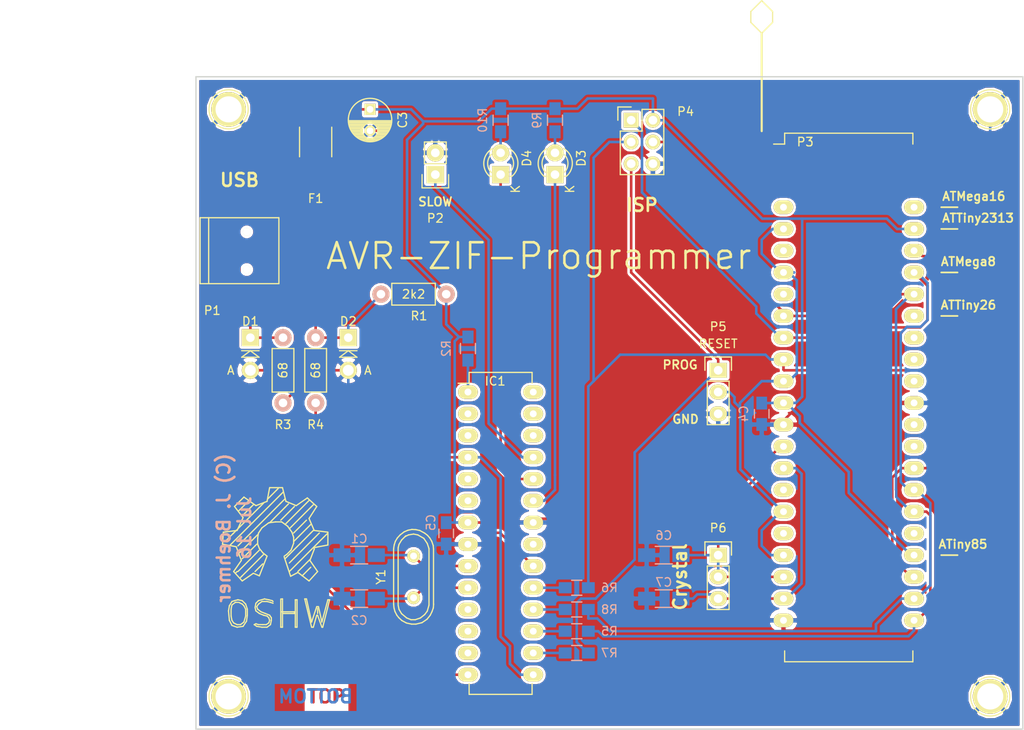
<source format=kicad_pcb>
(kicad_pcb (version 4) (host pcbnew "(2016-08-03 BZR 7005, Git 8fdd6b1)-product")
  (title_block (date 2016-08-04))
  (layers (0 F.Cu signal) (31 B.Cu signal) (34 B.Paste user) (35 F.Paste user) (36 B.SilkS user) (37 F.SilkS user) (38 B.Mask user) (39 F.Mask user) (44 Edge.Cuts user))
  (net 0 "")
  (net 1 /XTAL1)
  (net 2 /XTAL2)
  (net 3 /D-)
  (net 4 "Net-(D2-Pad1)")
  (net 5 /D+)
  (net 6 "Net-(D1-Pad1)")
  (net 7 VCC)
  (net 8 "Net-(F1-Pad2)")
  (net 9 "Net-(IC1-Pad17)")
  (net 10 /MOSI)
  (net 11 "Net-(D4-Pad2)")
  (net 12 "Net-(D3-Pad2)")
  (net 13 "Net-(IC1-Pad18)")
  (net 14 /MISO)
  (net 15 "Net-(IC1-Pad16)")
  (net 16 /RST1)
  (net 17 "Net-(IC1-Pad1)")
  (net 18 "Net-(IC1-Pad19)")
  (net 19 /SCK)
  (net 20 GND)
  (net 21 /RST)
  (net 22 /SLOW)
  (net 23 /LED2)
  (net 24 /LED1)
  (net 25 "Net-(IC1-Pad2)")
  (net 26 "Net-(IC1-Pad3)")
  (net 27 "Net-(IC1-Pad5)")
  (net 28 "Net-(IC1-Pad6)")
  (net 29 "Net-(C1-Pad1)")
  (net 30 "Net-(C2-Pad2)")
  (net 31 "Net-(IC1-Pad11)")
  (net 32 "Net-(IC1-Pad12)")
  (net 33 "Net-(IC1-Pad13)")
  (net 34 "Net-(IC1-Pad21)")
  (net 35 "Net-(IC1-Pad26)")
  (net 36 "Net-(IC1-Pad27)")
  (net 37 "Net-(IC1-Pad28)")
  (net 38 "Net-(P3-Pad1)")
  (net 39 "Net-(P3-Pad3)")
  (net 40 "Net-(P3-Pad5)")
  (net 41 "Net-(P3-Pad14)")
  (net 42 "Net-(P3-Pad16)")
  (net 43 "Net-(P3-Pad25)")
  (net 44 "Net-(P3-Pad29)")
  (net 45 "Net-(P3-Pad30)")
  (net 46 "Net-(P3-Pad32)")
  (net 47 "Net-(P3-Pad33)")
  (net 48 "Net-(P3-Pad34)")
  (net 49 "Net-(P3-Pad35)")
  (net 50 "Net-(P3-Pad40)")
  (module Socket_Strips:Socket_Strip_Straight_1x03 (layer F.Cu) (at 167.64 106.68 270)
    (fp_text reference P6 (at -3.175 0) (layer F.SilkS))
    (fp_text value XTAL)
    (pad 1 thru_hole rect (at 0 0 270) (size 1.7272 2.032) (drill 1.016) (layers *.Cu *.Mask F.SilkS) (net 1 /XTAL1))
    (pad 2 thru_hole oval (at 2.54 0 270) (size 1.7272 2.032) (drill 1.016) (layers *.Cu *.Mask F.SilkS) (net 1 /XTAL1))
    (pad 3 thru_hole oval (at 5.08 0 270) (size 1.7272 2.032) (drill 1.016) (layers *.Cu *.Mask F.SilkS) (net 2 /XTAL2))
  )
  (module Resistors_SMD:R_1812_HandSoldering (layer F.Cu) (at 120.65 58.42 270)
    (fp_text reference F1 (at 6.604 0 360) (layer F.SilkS))
    (fp_text value "Poly 500mA")
    (pad 1 smd rect (at -3.4036 0 270) (size 3.5 3.5) (layers F.Cu F.Paste F.Mask) (net 7 VCC))
    (pad 2 smd rect (at 3.4036 0 270) (size 3.5 3.5) (layers F.Cu F.Paste F.Mask) (net 8 "Net-(F1-Pad2)"))
  )
  (module Resistors_SMD:R_0805_HandSoldering (layer B.Cu) (at 151.13 115.57)
    (fp_text reference R5 (at 3.81 0) (layer B.SilkS) (effects (justify mirror)))
    (fp_text value 220)
    (pad 1 smd rect (at -1.35 0) (size 1.5 1.3) (layers B.Cu B.Paste B.Mask) (net 9 "Net-(IC1-Pad17)"))
    (pad 2 smd rect (at 1.35 0) (size 1.5 1.3) (layers B.Cu B.Paste B.Mask) (net 10 /MOSI))
  )
  (module Resistors_SMD:R_0805_HandSoldering (layer B.Cu) (at 142.24 55.88 270)
    (fp_text reference R10 (at 0 2.1 270) (layer B.SilkS) (effects (justify mirror)))
    (fp_text value 1k)
    (pad 1 smd rect (at -1.35 0 270) (size 1.5 1.3) (layers B.Cu B.Paste B.Mask) (net 7 VCC))
    (pad 2 smd rect (at 1.35 0 270) (size 1.5 1.3) (layers B.Cu B.Paste B.Mask) (net 11 "Net-(D4-Pad2)"))
  )
  (module Resistors_SMD:R_0805_HandSoldering (layer B.Cu) (at 148.59 55.88 270)
    (fp_text reference R9 (at 0 2.1 270) (layer B.SilkS) (effects (justify mirror)))
    (fp_text value 1k)
    (pad 1 smd rect (at -1.35 0 270) (size 1.5 1.3) (layers B.Cu B.Paste B.Mask) (net 7 VCC))
    (pad 2 smd rect (at 1.35 0 270) (size 1.5 1.3) (layers B.Cu B.Paste B.Mask) (net 12 "Net-(D3-Pad2)"))
  )
  (module Resistors_SMD:R_0805_HandSoldering (layer B.Cu) (at 151.13 113.03)
    (fp_text reference R8 (at 3.81 0) (layer B.SilkS) (effects (justify mirror)))
    (fp_text value 220)
    (pad 1 smd rect (at -1.35 0) (size 1.5 1.3) (layers B.Cu B.Paste B.Mask) (net 13 "Net-(IC1-Pad18)"))
    (pad 2 smd rect (at 1.35 0) (size 1.5 1.3) (layers B.Cu B.Paste B.Mask) (net 14 /MISO))
  )
  (module Resistors_SMD:R_0805_HandSoldering (layer B.Cu) (at 151.13 118.11)
    (fp_text reference R7 (at 3.81 0) (layer B.SilkS) (effects (justify mirror)))
    (fp_text value 220)
    (pad 1 smd rect (at -1.35 0) (size 1.5 1.3) (layers B.Cu B.Paste B.Mask) (net 15 "Net-(IC1-Pad16)"))
    (pad 2 smd rect (at 1.35 0) (size 1.5 1.3) (layers B.Cu B.Paste B.Mask) (net 16 /RST1))
  )
  (module Resistors_SMD:R_0805_HandSoldering (layer B.Cu) (at 138.43 82.55 270)
    (fp_text reference R2 (at 0 2.54 270) (layer B.SilkS) (effects (justify mirror)))
    (fp_text value 10k)
    (pad 1 smd rect (at -1.35 0 270) (size 1.5 1.3) (layers B.Cu B.Paste B.Mask) (net 7 VCC))
    (pad 2 smd rect (at 1.35 0 270) (size 1.5 1.3) (layers B.Cu B.Paste B.Mask) (net 17 "Net-(IC1-Pad1)"))
  )
  (module Resistors_SMD:R_0805_HandSoldering (layer B.Cu) (at 151.13 110.49)
    (fp_text reference R6 (at 3.81 0) (layer B.SilkS) (effects (justify mirror)))
    (fp_text value 220)
    (pad 1 smd rect (at -1.35 0) (size 1.5 1.3) (layers B.Cu B.Paste B.Mask) (net 18 "Net-(IC1-Pad19)"))
    (pad 2 smd rect (at 1.35 0) (size 1.5 1.3) (layers B.Cu B.Paste B.Mask) (net 19 /SCK))
  )
  (module Pin_Headers:Pin_Header_Straight_2x03 (layer F.Cu) (at 157.48 55.88)
    (fp_text reference P4 (at 6.35 -1.016) (layer F.SilkS))
    (fp_text value AVR-ISP)
    (pad 1 thru_hole rect (at 0 0) (size 1.7272 1.7272) (drill 1.016) (layers *.Cu *.Mask F.SilkS) (net 14 /MISO))
    (pad 2 thru_hole oval (at 2.54 0) (size 1.7272 1.7272) (drill 1.016) (layers *.Cu *.Mask F.SilkS) (net 7 VCC))
    (pad 3 thru_hole oval (at 0 2.54) (size 1.7272 1.7272) (drill 1.016) (layers *.Cu *.Mask F.SilkS) (net 19 /SCK))
    (pad 4 thru_hole oval (at 2.54 2.54) (size 1.7272 1.7272) (drill 1.016) (layers *.Cu *.Mask F.SilkS) (net 10 /MOSI))
    (pad 5 thru_hole oval (at 0 5.08) (size 1.7272 1.7272) (drill 1.016) (layers *.Cu *.Mask F.SilkS) (net 16 /RST1))
    (pad 6 thru_hole oval (at 2.54 5.08) (size 1.7272 1.7272) (drill 1.016) (layers *.Cu *.Mask F.SilkS) (net 20 GND))
  )
  (module Pin_Headers:Pin_Header_Straight_1x03 (layer F.Cu) (at 167.64 85.09)
    (fp_text reference P5 (at 0 -5.1) (layer F.SilkS))
    (fp_text value RESET (at 0 -3.1) (layer F.SilkS))
    (pad 1 thru_hole rect (at 0 0) (size 2.032 1.7272) (drill 1.016) (layers *.Cu *.Mask F.SilkS) (net 16 /RST1))
    (pad 2 thru_hole oval (at 0 2.54) (size 2.032 1.7272) (drill 1.016) (layers *.Cu *.Mask F.SilkS) (net 21 /RST))
    (pad 3 thru_hole oval (at 0 5.08) (size 2.032 1.7272) (drill 1.016) (layers *.Cu *.Mask F.SilkS) (net 20 GND))
  )
  (module Pin_Headers:Pin_Header_Straight_1x02 (layer F.Cu) (at 134.62 62.23 180)
    (fp_text reference P2 (at 0 -5.1 180) (layer F.SilkS))
    (fp_text value SLOW_SCK)
    (pad 1 thru_hole rect (at 0 0 180) (size 2.032 2.032) (drill 1.016) (layers *.Cu *.Mask F.SilkS) (net 22 /SLOW))
    (pad 2 thru_hole oval (at 0 2.54 180) (size 2.032 2.032) (drill 1.016) (layers *.Cu *.Mask F.SilkS) (net 20 GND))
  )
  (module LEDs:LED-3MM (layer F.Cu) (at 142.24 62.23 90)
    (fp_text reference D4 (at 1.91 3.06 90) (layer F.SilkS))
    (fp_text value red)
    (fp_text user K (at -1.69 1.74 90) (layer F.SilkS))
    (pad 1 thru_hole rect (at 0 0 180) (size 2 2) (drill 1.00076) (layers *.Cu *.Mask F.SilkS) (net 23 /LED2))
    (pad 2 thru_hole circle (at 2.54 0 90) (size 2 2) (drill 1.00076) (layers *.Cu *.Mask F.SilkS) (net 11 "Net-(D4-Pad2)"))
  )
  (module LEDs:LED-3MM (layer F.Cu) (at 148.59 62.23 90)
    (fp_text reference D3 (at 1.91 3.06 90) (layer F.SilkS))
    (fp_text value green)
    (fp_text user K (at -1.69 1.74 90) (layer F.SilkS))
    (pad 1 thru_hole rect (at 0 0 180) (size 2 2) (drill 1.00076) (layers *.Cu *.Mask F.SilkS) (net 24 /LED1))
    (pad 2 thru_hole circle (at 2.54 0 90) (size 2 2) (drill 1.00076) (layers *.Cu *.Mask F.SilkS) (net 12 "Net-(D3-Pad2)"))
  )
  (module Housings_DIP:DIP-28_W7.62mm_LongPads (layer F.Cu) (at 138.43 87.63)
    (fp_text reference IC1 (at 3.175 -1.27) (layer F.SilkS))
    (fp_text value ATMEGA8-P)
    (pad 1 thru_hole oval (at 0 0) (size 2.3 1.6) (drill 0.8) (layers *.Cu *.Mask F.SilkS) (net 17 "Net-(IC1-Pad1)"))
    (pad 2 thru_hole oval (at 0 2.54) (size 2.3 1.6) (drill 0.8) (layers *.Cu *.Mask F.SilkS) (net 25 "Net-(IC1-Pad2)"))
    (pad 3 thru_hole oval (at 0 5.08) (size 2.3 1.6) (drill 0.8) (layers *.Cu *.Mask F.SilkS) (net 26 "Net-(IC1-Pad3)"))
    (pad 4 thru_hole oval (at 0 7.62) (size 2.3 1.6) (drill 0.8) (layers *.Cu *.Mask F.SilkS) (net 5 /D+))
    (pad 5 thru_hole oval (at 0 10.16) (size 2.3 1.6) (drill 0.8) (layers *.Cu *.Mask F.SilkS) (net 27 "Net-(IC1-Pad5)"))
    (pad 6 thru_hole oval (at 0 12.7) (size 2.3 1.6) (drill 0.8) (layers *.Cu *.Mask F.SilkS) (net 28 "Net-(IC1-Pad6)"))
    (pad 7 thru_hole oval (at 0 15.24) (size 2.3 1.6) (drill 0.8) (layers *.Cu *.Mask F.SilkS) (net 7 VCC))
    (pad 8 thru_hole oval (at 0 17.78) (size 2.3 1.6) (drill 0.8) (layers *.Cu *.Mask F.SilkS) (net 20 GND))
    (pad 9 thru_hole oval (at 0 20.32) (size 2.3 1.6) (drill 0.8) (layers *.Cu *.Mask F.SilkS) (net 29 "Net-(C1-Pad1)"))
    (pad 10 thru_hole oval (at 0 22.86) (size 2.3 1.6) (drill 0.8) (layers *.Cu *.Mask F.SilkS) (net 30 "Net-(C2-Pad2)"))
    (pad 11 thru_hole oval (at 0 25.4) (size 2.3 1.6) (drill 0.8) (layers *.Cu *.Mask F.SilkS) (net 31 "Net-(IC1-Pad11)"))
    (pad 12 thru_hole oval (at 0 27.94) (size 2.3 1.6) (drill 0.8) (layers *.Cu *.Mask F.SilkS) (net 32 "Net-(IC1-Pad12)"))
    (pad 13 thru_hole oval (at 0 30.48) (size 2.3 1.6) (drill 0.8) (layers *.Cu *.Mask F.SilkS) (net 33 "Net-(IC1-Pad13)"))
    (pad 14 thru_hole oval (at 0 33.02) (size 2.3 1.6) (drill 0.8) (layers *.Cu *.Mask F.SilkS) (net 3 /D-))
    (pad 15 thru_hole oval (at 7.62 33.02) (size 2.3 1.6) (drill 0.8) (layers *.Cu *.Mask F.SilkS) (net 5 /D+))
    (pad 16 thru_hole oval (at 7.62 30.48) (size 2.3 1.6) (drill 0.8) (layers *.Cu *.Mask F.SilkS) (net 15 "Net-(IC1-Pad16)"))
    (pad 17 thru_hole oval (at 7.62 27.94) (size 2.3 1.6) (drill 0.8) (layers *.Cu *.Mask F.SilkS) (net 9 "Net-(IC1-Pad17)"))
    (pad 18 thru_hole oval (at 7.62 25.4) (size 2.3 1.6) (drill 0.8) (layers *.Cu *.Mask F.SilkS) (net 13 "Net-(IC1-Pad18)"))
    (pad 19 thru_hole oval (at 7.62 22.86) (size 2.3 1.6) (drill 0.8) (layers *.Cu *.Mask F.SilkS) (net 18 "Net-(IC1-Pad19)"))
    (pad 20 thru_hole oval (at 7.62 20.32) (size 2.3 1.6) (drill 0.8) (layers *.Cu *.Mask F.SilkS) (net 7 VCC))
    (pad 21 thru_hole oval (at 7.62 17.78) (size 2.3 1.6) (drill 0.8) (layers *.Cu *.Mask F.SilkS) (net 34 "Net-(IC1-Pad21)"))
    (pad 22 thru_hole oval (at 7.62 15.24) (size 2.3 1.6) (drill 0.8) (layers *.Cu *.Mask F.SilkS) (net 20 GND))
    (pad 23 thru_hole oval (at 7.62 12.7) (size 2.3 1.6) (drill 0.8) (layers *.Cu *.Mask F.SilkS) (net 24 /LED1))
    (pad 24 thru_hole oval (at 7.62 10.16) (size 2.3 1.6) (drill 0.8) (layers *.Cu *.Mask F.SilkS) (net 23 /LED2))
    (pad 25 thru_hole oval (at 7.62 7.62) (size 2.3 1.6) (drill 0.8) (layers *.Cu *.Mask F.SilkS) (net 22 /SLOW))
    (pad 26 thru_hole oval (at 7.62 5.08) (size 2.3 1.6) (drill 0.8) (layers *.Cu *.Mask F.SilkS) (net 35 "Net-(IC1-Pad26)"))
    (pad 27 thru_hole oval (at 7.62 2.54) (size 2.3 1.6) (drill 0.8) (layers *.Cu *.Mask F.SilkS) (net 36 "Net-(IC1-Pad27)"))
    (pad 28 thru_hole oval (at 7.62 0) (size 2.3 1.6) (drill 0.8) (layers *.Cu *.Mask F.SilkS) (net 37 "Net-(IC1-Pad28)"))
  )
  (module Crystals:Crystal_HC49-U_Vertical (layer F.Cu) (at 132.08 109.22 90)
    (fp_text reference Y1 (at 0 -3.81 90) (layer F.SilkS))
    (fp_text value 12MHz)
    (pad 1 thru_hole circle (at -2.44094 0 90) (size 1.50114 1.50114) (drill 0.8001) (layers *.Cu *.Mask F.SilkS) (net 30 "Net-(C2-Pad2)"))
    (pad 2 thru_hole circle (at 2.44094 0 90) (size 1.50114 1.50114) (drill 0.8001) (layers *.Cu *.Mask F.SilkS) (net 29 "Net-(C1-Pad1)"))
  )
  (module Connect:USB_Mini-B (layer F.Cu) (at 111.76 71.12)
    (fp_text reference P1 (at -3.175 6.985) (layer F.SilkS))
    (fp_text value USB_B)
    (pad 1 smd rect (at 3.44932 -1.6002) (size 2.30124 0.50038) (layers F.Cu F.Paste F.Mask) (net 8 "Net-(F1-Pad2)"))
    (pad 2 smd rect (at 3.44932 -0.8001) (size 2.30124 0.50038) (layers F.Cu F.Paste F.Mask) (net 4 "Net-(D2-Pad1)"))
    (pad 3 smd rect (at 3.44932 0) (size 2.30124 0.50038) (layers F.Cu F.Paste F.Mask) (net 6 "Net-(D1-Pad1)"))
    (pad 4 smd rect (at 3.44932 0.8001) (size 2.30124 0.50038) (layers F.Cu F.Paste F.Mask) (net 20 GND))
    (pad 5 smd rect (at 3.44932 1.6002) (size 2.30124 0.50038) (layers F.Cu F.Paste F.Mask) (net 20 GND))
    (pad 6 smd rect (at 3.35026 -4.45008) (size 2.49936 1.99898) (layers F.Cu F.Paste F.Mask))
    (pad 6 smd rect (at -2.14884 -4.45008) (size 2.49936 1.99898) (layers F.Cu F.Paste F.Mask))
    (pad 6 smd rect (at 3.35026 4.45008) (size 2.49936 1.99898) (layers F.Cu F.Paste F.Mask))
    (pad 6 smd rect (at -2.14884 4.45008) (size 2.49936 1.99898) (layers F.Cu F.Paste F.Mask))
    (pad "" np_thru_hole circle (at 0.8509 -2.19964) (size 0.89916 0.89916) (drill 0.89916) (layers *.Cu *.Mask F.SilkS))
    (pad "" np_thru_hole circle (at 0.8509 2.19964) (size 0.89916 0.89916) (drill 0.89916) (layers *.Cu *.Mask F.SilkS))
  )
  (module Capacitors_ThroughHole:C_Radial_D5_L6_P2.5 (layer F.Cu) (at 127 54.61 270)
    (fp_text reference C3 (at 1.25 -3.8 270) (layer F.SilkS))
    (fp_text value 10u)
    (pad 1 thru_hole rect (at 0 0 270) (size 1.3 1.3) (drill 0.8) (layers *.Cu *.Mask F.SilkS) (net 7 VCC))
    (pad 2 thru_hole circle (at 2.5 0 270) (size 1.3 1.3) (drill 0.8) (layers *.Cu *.Mask F.SilkS) (net 20 GND))
  )
  (module Capacitors_SMD:C_1206_HandSoldering (layer B.Cu) (at 125.73 111.76)
    (fp_text reference C2 (at 0 2.54) (layer B.SilkS) (effects (justify mirror)))
    (fp_text value 15p)
    (pad 1 smd rect (at -2 0) (size 2 1.6) (layers B.Cu B.Paste B.Mask) (net 20 GND))
    (pad 2 smd rect (at 2 0) (size 2 1.6) (layers B.Cu B.Paste B.Mask) (net 30 "Net-(C2-Pad2)"))
  )
  (module Capacitors_SMD:C_1206_HandSoldering (layer B.Cu) (at 161.29 111.76 180)
    (fp_text reference C7 (at 0 1.905 180) (layer B.SilkS) (effects (justify mirror)))
    (fp_text value 15p)
    (pad 1 smd rect (at -2 0 180) (size 2 1.6) (layers B.Cu B.Paste B.Mask) (net 2 /XTAL2))
    (pad 2 smd rect (at 2 0 180) (size 2 1.6) (layers B.Cu B.Paste B.Mask) (net 20 GND))
  )
  (module Capacitors_SMD:C_1206_HandSoldering (layer B.Cu) (at 161.29 106.68 180)
    (fp_text reference C6 (at 0 2.3 180) (layer B.SilkS) (effects (justify mirror)))
    (fp_text value 15p)
    (pad 1 smd rect (at -2 0 180) (size 2 1.6) (layers B.Cu B.Paste B.Mask) (net 1 /XTAL1))
    (pad 2 smd rect (at 2 0 180) (size 2 1.6) (layers B.Cu B.Paste B.Mask) (net 20 GND))
  )
  (module Capacitors_SMD:C_1206_HandSoldering (layer B.Cu) (at 125.73 106.68 180)
    (fp_text reference C1 (at 0 1.905 180) (layer B.SilkS) (effects (justify mirror)))
    (fp_text value 15p)
    (pad 1 smd rect (at -2 0 180) (size 2 1.6) (layers B.Cu B.Paste B.Mask) (net 29 "Net-(C1-Pad1)"))
    (pad 2 smd rect (at 2 0 180) (size 2 1.6) (layers B.Cu B.Paste B.Mask) (net 20 GND))
  )
  (module Capacitors_SMD:C_0805_HandSoldering (layer B.Cu) (at 135.89 104.14 270)
    (fp_text reference C5 (at -1.27 1.778 270) (layer B.SilkS) (effects (justify mirror)))
    (fp_text value 100n)
    (pad 1 smd rect (at -1.25 0 270) (size 1.5 1.25) (layers B.Cu B.Paste B.Mask) (net 7 VCC))
    (pad 2 smd rect (at 1.25 0 270) (size 1.5 1.25) (layers B.Cu B.Paste B.Mask) (net 20 GND))
  )
  (module Capacitors_SMD:C_0805_HandSoldering (layer B.Cu) (at 172.72 90.17 270)
    (fp_text reference C4 (at 0 2.1 270) (layer B.SilkS) (effects (justify mirror)))
    (fp_text value 100n)
    (pad 1 smd rect (at -1.25 0 270) (size 1.5 1.25) (layers B.Cu B.Paste B.Mask) (net 7 VCC))
    (pad 2 smd rect (at 1.25 0 270) (size 1.5 1.25) (layers B.Cu B.Paste B.Mask) (net 20 GND))
  )
  (module AVR-ZIF-Prog:ZIF-40_W15.24mm_LongPads (layer F.Cu) (at 175.26 66.04)
    (fp_text reference P3 (at 2.54 -7.62) (layer F.SilkS))
    (fp_text value ZIF40)
    (pad 1 thru_hole oval (at 0 0) (size 2.3 1.6) (drill 0.8) (layers *.Cu *.Mask F.SilkS) (net 38 "Net-(P3-Pad1)"))
    (pad 2 thru_hole oval (at 0 2.54) (size 2.3 1.6) (drill 0.8) (layers *.Cu *.Mask F.SilkS) (net 21 /RST))
    (pad 3 thru_hole oval (at 0 5.08) (size 2.3 1.6) (drill 0.8) (layers *.Cu *.Mask F.SilkS) (net 39 "Net-(P3-Pad3)"))
    (pad 4 thru_hole oval (at 0 7.62) (size 2.3 1.6) (drill 0.8) (layers *.Cu *.Mask F.SilkS) (net 21 /RST))
    (pad 5 thru_hole oval (at 0 10.16) (size 2.3 1.6) (drill 0.8) (layers *.Cu *.Mask F.SilkS) (net 40 "Net-(P3-Pad5)"))
    (pad 6 thru_hole oval (at 0 12.7) (size 2.3 1.6) (drill 0.8) (layers *.Cu *.Mask F.SilkS) (net 10 /MOSI))
    (pad 7 thru_hole oval (at 0 15.24) (size 2.3 1.6) (drill 0.8) (layers *.Cu *.Mask F.SilkS) (net 14 /MISO))
    (pad 8 thru_hole oval (at 0 17.78) (size 2.3 1.6) (drill 0.8) (layers *.Cu *.Mask F.SilkS) (net 19 /SCK))
    (pad 9 thru_hole oval (at 0 20.32) (size 2.3 1.6) (drill 0.8) (layers *.Cu *.Mask F.SilkS) (net 21 /RST))
    (pad 10 thru_hole oval (at 0 22.86) (size 2.3 1.6) (drill 0.8) (layers *.Cu *.Mask F.SilkS) (net 7 VCC))
    (pad 11 thru_hole oval (at 0 25.4) (size 2.3 1.6) (drill 0.8) (layers *.Cu *.Mask F.SilkS) (net 20 GND))
    (pad 12 thru_hole oval (at 0 27.94) (size 2.3 1.6) (drill 0.8) (layers *.Cu *.Mask F.SilkS) (net 1 /XTAL1))
    (pad 13 thru_hole oval (at 0 30.48) (size 2.3 1.6) (drill 0.8) (layers *.Cu *.Mask F.SilkS) (net 2 /XTAL2))
    (pad 14 thru_hole oval (at 0 33.02) (size 2.3 1.6) (drill 0.8) (layers *.Cu *.Mask F.SilkS) (net 41 "Net-(P3-Pad14)"))
    (pad 15 thru_hole oval (at 0 35.56) (size 2.3 1.6) (drill 0.8) (layers *.Cu *.Mask F.SilkS) (net 21 /RST))
    (pad 16 thru_hole oval (at 0 38.1) (size 2.3 1.6) (drill 0.8) (layers *.Cu *.Mask F.SilkS) (net 42 "Net-(P3-Pad16)"))
    (pad 17 thru_hole oval (at 0 40.64) (size 2.3 1.6) (drill 0.8) (layers *.Cu *.Mask F.SilkS) (net 21 /RST))
    (pad 18 thru_hole oval (at 0 43.18) (size 2.3 1.6) (drill 0.8) (layers *.Cu *.Mask F.SilkS) (net 1 /XTAL1))
    (pad 19 thru_hole oval (at 0 45.72) (size 2.3 1.6) (drill 0.8) (layers *.Cu *.Mask F.SilkS) (net 2 /XTAL2))
    (pad 20 thru_hole oval (at 0 48.26) (size 2.3 1.6) (drill 0.8) (layers *.Cu *.Mask F.SilkS) (net 20 GND))
    (pad 21 thru_hole oval (at 15.24 48.26) (size 2.3 1.6) (drill 0.8) (layers *.Cu *.Mask F.SilkS) (net 10 /MOSI))
    (pad 22 thru_hole oval (at 15.24 45.72) (size 2.3 1.6) (drill 0.8) (layers *.Cu *.Mask F.SilkS) (net 14 /MISO))
    (pad 23 thru_hole oval (at 15.24 43.18) (size 2.3 1.6) (drill 0.8) (layers *.Cu *.Mask F.SilkS) (net 19 /SCK))
    (pad 24 thru_hole oval (at 15.24 40.64) (size 2.3 1.6) (drill 0.8) (layers *.Cu *.Mask F.SilkS) (net 7 VCC))
    (pad 25 thru_hole oval (at 15.24 38.1) (size 2.3 1.6) (drill 0.8) (layers *.Cu *.Mask F.SilkS) (net 43 "Net-(P3-Pad25)"))
    (pad 26 thru_hole oval (at 15.24 35.56) (size 2.3 1.6) (drill 0.8) (layers *.Cu *.Mask F.SilkS) (net 10 /MOSI))
    (pad 27 thru_hole oval (at 15.24 33.02) (size 2.3 1.6) (drill 0.8) (layers *.Cu *.Mask F.SilkS) (net 14 /MISO))
    (pad 28 thru_hole oval (at 15.24 30.48) (size 2.3 1.6) (drill 0.8) (layers *.Cu *.Mask F.SilkS) (net 19 /SCK))
    (pad 29 thru_hole oval (at 15.24 27.94) (size 2.3 1.6) (drill 0.8) (layers *.Cu *.Mask F.SilkS) (net 44 "Net-(P3-Pad29)"))
    (pad 30 thru_hole oval (at 15.24 25.4) (size 2.3 1.6) (drill 0.8) (layers *.Cu *.Mask F.SilkS) (net 45 "Net-(P3-Pad30)"))
    (pad 31 thru_hole oval (at 15.24 22.86) (size 2.3 1.6) (drill 0.8) (layers *.Cu *.Mask F.SilkS) (net 20 GND))
    (pad 32 thru_hole oval (at 15.24 20.32) (size 2.3 1.6) (drill 0.8) (layers *.Cu *.Mask F.SilkS) (net 46 "Net-(P3-Pad32)"))
    (pad 33 thru_hole oval (at 15.24 17.78) (size 2.3 1.6) (drill 0.8) (layers *.Cu *.Mask F.SilkS) (net 47 "Net-(P3-Pad33)"))
    (pad 34 thru_hole oval (at 15.24 15.24) (size 2.3 1.6) (drill 0.8) (layers *.Cu *.Mask F.SilkS) (net 48 "Net-(P3-Pad34)"))
    (pad 35 thru_hole oval (at 15.24 12.7) (size 2.3 1.6) (drill 0.8) (layers *.Cu *.Mask F.SilkS) (net 49 "Net-(P3-Pad35)"))
    (pad 36 thru_hole oval (at 15.24 10.16) (size 2.3 1.6) (drill 0.8) (layers *.Cu *.Mask F.SilkS) (net 10 /MOSI))
    (pad 37 thru_hole oval (at 15.24 7.62) (size 2.3 1.6) (drill 0.8) (layers *.Cu *.Mask F.SilkS) (net 14 /MISO))
    (pad 38 thru_hole oval (at 15.24 5.08) (size 2.3 1.6) (drill 0.8) (layers *.Cu *.Mask F.SilkS) (net 19 /SCK))
    (pad 39 thru_hole oval (at 15.24 2.54) (size 2.3 1.6) (drill 0.8) (layers *.Cu *.Mask F.SilkS) (net 7 VCC))
    (pad 40 thru_hole oval (at 15.24 0) (size 2.3 1.6) (drill 0.8) (layers *.Cu *.Mask F.SilkS) (net 50 "Net-(P3-Pad40)"))
  )
  (module Resistors_ThroughHole:Resistor_Horizontal_RM7mm (layer F.Cu) (at 120.65 88.9 90)
    (fp_text reference R4 (at -2.54 0 180) (layer F.SilkS))
    (fp_text value 68 (at 3.81 0 90) (layer F.SilkS))
    (pad 1 thru_hole circle (at 0 0 90) (size 1.99898 1.99898) (drill 1.00076) (layers *.Cu *.SilkS *.Mask) (net 3 /D-))
    (pad 2 thru_hole circle (at 7.62 0 90) (size 1.99898 1.99898) (drill 1.00076) (layers *.Cu *.SilkS *.Mask) (net 4 "Net-(D2-Pad1)"))
  )
  (module Resistors_ThroughHole:Resistor_Horizontal_RM7mm (layer F.Cu) (at 116.84 88.9 90)
    (fp_text reference R3 (at -2.54 0 180) (layer F.SilkS))
    (fp_text value 68 (at 3.81 0 90) (layer F.SilkS))
    (pad 1 thru_hole circle (at 0 0 90) (size 1.99898 1.99898) (drill 1.00076) (layers *.Cu *.SilkS *.Mask) (net 5 /D+))
    (pad 2 thru_hole circle (at 7.62 0 90) (size 1.99898 1.99898) (drill 1.00076) (layers *.Cu *.SilkS *.Mask) (net 6 "Net-(D1-Pad1)"))
  )
  (module Resistors_ThroughHole:Resistor_Horizontal_RM7mm (layer F.Cu) (at 135.89 76.2 180)
    (fp_text reference R1 (at 3.175 -2.54 180) (layer F.SilkS))
    (fp_text value 2k2 (at 3.81 0 180) (layer F.SilkS))
    (pad 1 thru_hole circle (at 0 0 180) (size 1.99898 1.99898) (drill 1.00076) (layers *.Cu *.SilkS *.Mask) (net 7 VCC))
    (pad 2 thru_hole circle (at 7.62 0 180) (size 1.99898 1.99898) (drill 1.00076) (layers *.Cu *.SilkS *.Mask) (net 4 "Net-(D2-Pad1)"))
  )
  (module Diodes_ThroughHole:Diode_DO-41_SOD81_Vertical_AnodeUp (layer F.Cu) (at 113.03 81.28 270)
    (fp_text reference D1 (at -1.905 0) (layer F.SilkS))
    (fp_text value 3V6)
    (fp_text user A (at 3.81 2.286 360) (layer F.SilkS))
    (pad 2 thru_hole circle (at 3.81 0 270) (size 1.99898 1.99898) (drill 1.27) (layers *.Cu *.Mask F.SilkS) (net 20 GND))
    (pad 1 thru_hole rect (at 0 0 270) (size 1.99898 1.99898) (drill 1.00076) (layers *.Cu *.Mask F.SilkS) (net 6 "Net-(D1-Pad1)"))
  )
  (module Diodes_ThroughHole:Diode_DO-41_SOD81_Vertical_AnodeUp (layer F.Cu) (at 124.46 81.28 270)
    (fp_text reference D2 (at -1.905 0) (layer F.SilkS))
    (fp_text value 3V6)
    (fp_text user A (at 3.81 -2.286) (layer F.SilkS))
    (pad 2 thru_hole circle (at 3.81 0 270) (size 1.99898 1.99898) (drill 1.27) (layers *.Cu *.Mask F.SilkS) (net 20 GND))
    (pad 1 thru_hole rect (at 0 0 270) (size 1.99898 1.99898) (drill 1.00076) (layers *.Cu *.Mask F.SilkS) (net 4 "Net-(D2-Pad1)"))
  )
  (module Connect:1pin (layer F.Cu) (at 199.39 123.19)
    (fp_text reference P9 hide)
    (fp_text value MOUNT)
    (pad 1 thru_hole circle (at 0 0) (size 4.064 4.064) (drill 3.048) (layers *.Cu *.Mask F.SilkS) (net 20 GND))
  )
  (module Connect:1pin (layer F.Cu) (at 110.49 123.19)
    (fp_text reference P10 hide)
    (fp_text value MOUNT)
    (pad 1 thru_hole circle (at 0 0) (size 4.064 4.064) (drill 3.048) (layers *.Cu *.Mask F.SilkS) (net 20 GND))
  )
  (module Connect:1pin (layer F.Cu) (at 110.49 54.61)
    (fp_text reference P8 hide)
    (fp_text value MOUNT)
    (pad 1 thru_hole circle (at 0 0) (size 4.064 4.064) (drill 3.048) (layers *.Cu *.Mask F.SilkS) (net 20 GND))
  )
  (module Connect:1pin (layer F.Cu) (at 199.39 54.61)
    (fp_text reference P7 hide)
    (fp_text value MOUNT)
    (pad 1 thru_hole circle (at 0 0) (size 4.064 4.064) (drill 3.048) (layers *.Cu *.Mask F.SilkS) (net 20 GND))
  )
  (module Symbols:Symbol_OSHW-Logo_SilkScreen_BIG (layer F.Cu) (at 116.078 85.598)
    (fp_text reference "" (at -0.29972 11.50112) (layer F.SilkS))
    (fp_text value Symbol_OSHW-Logo_SilkScreen_BIG)
  )
  (gr_text BOTTOM (at 120.65 123.19) (layer B.Cu) (effects (font (size 1.5 1.5) (thickness 0.3)) (justify mirror)))
  (gr_text TOP (at 121.92 123.19) (layer F.Cu) (effects (font (size 1.5 1.5) (thickness 0.3))))
  (gr_text USB (at 111.76 62.865) (layer F.SilkS) (effects (font (size 1.5 1.5) (thickness 0.3))))
  (gr_text "(C) J. Boehmer\nJul 16" (at 111.125 103.505 90) (layer B.SilkS) (effects (font (size 1.5 1.5) (thickness 0.3)) (justify mirror)))
  (gr_text Crystal (at 163.195 109.22 90) (layer F.SilkS) (effects (font (size 1.5 1.5) (thickness 0.3))))
  (gr_text AVR-ZIF-Programmer (at 146.685 71.755) (layer F.SilkS) (effects (font (size 3 3) (thickness 0.3))))
  (gr_text ISP (at 158.75 65.786) (layer F.SilkS) (effects (font (size 1.5 1.5) (thickness 0.3))))
  (gr_text SLOW (at 134.62 65.405) (layer F.SilkS) (effects (font (size 1 1) (thickness 0.2))))
  (gr_text PROG (at 163.195 84.455) (layer F.SilkS) (effects (font (size 1 1) (thickness 0.2))))
  (gr_text GND (at 163.83 90.805) (layer F.SilkS) (effects (font (size 1 1) (thickness 0.2))))
  (gr_text ATiny85 (at 196.215 105.41) (layer F.SilkS) (effects (font (size 1 1) (thickness 0.2))))
  (gr_line (start 193.675 106.68) (end 195.58 106.68) (angle 90) (layer F.SilkS) (width 0.2))
  (gr_text ATTiny26 (at 196.85 77.47) (layer F.SilkS) (effects (font (size 1 1) (thickness 0.2))))
  (gr_line (start 193.675 78.74) (end 195.58 78.74) (angle 90) (layer F.SilkS) (width 0.2))
  (gr_text ATMega8 (at 196.85 72.39) (layer F.SilkS) (effects (font (size 1 1) (thickness 0.2))))
  (gr_line (start 193.675 73.66) (end 195.58 73.66) (angle 90) (layer F.SilkS) (width 0.2))
  (gr_text ATTiny2313 (at 193.675 67.31) (layer F.SilkS) (effects (font (size 1 1) (thickness 0.2)) (justify left)))
  (gr_line (start 193.675 68.58) (end 195.58 68.58) (angle 90) (layer F.SilkS) (width 0.2))
  (gr_text ATMega16 (at 197.485 64.77) (layer F.SilkS) (effects (font (size 1 1) (thickness 0.2))))
  (gr_line (start 193.675 66.04) (end 195.58 66.04) (angle 90) (layer F.SilkS) (width 0.2))
  (gr_line (start 106.68 50.8) (end 106.68 127) (angle 90) (layer Edge.Cuts) (width 0.15))
  (gr_line (start 203.2 127) (end 106.68 127) (layer Edge.Cuts) (width 0.15))
  (gr_line (start 203.2 50.8) (end 203.2 127) (layer Edge.Cuts) (width 0.15))
  (gr_line (start 106.68 50.8) (end 203.2 50.8) (layer Edge.Cuts) (width 0.15))
  (segment (start 167.64 102.0588) (end 172.085 97.6138) (width 0.3) (layer F.Cu) (net 1))
  (segment (start 175.26 93.98) (end 174.91 93.98) (width 0.3) (layer F.Cu) (net 1))
  (segment (start 174.91 93.98) (end 172.085 96.805) (width 0.3) (layer F.Cu) (net 1))
  (segment (start 172.085 96.805) (end 172.085 97.6138) (width 0.3) (layer F.Cu) (net 1))
  (segment (start 175.26 109.22) (end 167.64 109.22) (width 0.3) (layer F.Cu) (net 1))
  (segment (start 163.29 106.68) (end 167.64 106.68) (width 0.3) (layer B.Cu) (net 1))
  (segment (start 167.64 109.22) (end 167.64 106.68) (width 0.3) (layer B.Cu) (net 1))
  (segment (start 167.64 106.68) (end 167.64 102.0588) (width 0.3) (layer F.Cu) (net 1))
  (segment (start 175.26 111.76) (end 175.61 111.76) (width 0.3) (layer B.Cu) (net 2))
  (segment (start 175.61 111.76) (end 177.3708 109.9992) (width 0.3) (layer B.Cu) (net 2))
  (segment (start 176.71 96.52) (end 175.26 96.52) (width 0.3) (layer B.Cu) (net 2))
  (segment (start 177.3708 109.9992) (end 177.3708 97.1808) (width 0.3) (layer B.Cu) (net 2))
  (segment (start 177.3708 97.1808) (end 176.71 96.52) (width 0.3) (layer B.Cu) (net 2))
  (segment (start 167.64 111.76) (end 167.64 111.2653) (width 0.3) (layer B.Cu) (net 2))
  (segment (start 165.185 111.2653) (end 164.6903 111.76) (width 0.3) (layer B.Cu) (net 2))
  (segment (start 167.64 111.2653) (end 165.185 111.2653) (width 0.3) (layer B.Cu) (net 2))
  (segment (start 163.29 111.76) (end 164.6903 111.76) (width 0.3) (layer B.Cu) (net 2))
  (segment (start 175.26 111.76) (end 167.64 111.76) (width 0.3) (layer F.Cu) (net 2))
  (segment (start 132.08 120.65) (end 120.65 109.22) (width 0.3) (layer F.Cu) (net 3))
  (segment (start 120.65 109.22) (end 120.65 102.4112) (width 0.3) (layer F.Cu) (net 3))
  (segment (start 138.43 120.65) (end 132.08 120.65) (width 0.3) (layer F.Cu) (net 3))
  (segment (start 120.65 88.9) (end 120.65 102.4112) (width 0.3) (layer F.Cu) (net 3))
  (segment (start 124.5898 79.8802) (end 124.46 79.8802) (width 0.3) (layer B.Cu) (net 4))
  (segment (start 128.27 76.2) (end 124.5898 79.8802) (width 0.3) (layer B.Cu) (net 4))
  (segment (start 124.46 81.28) (end 124.46 79.8802) (width 0.3) (layer B.Cu) (net 4))
  (segment (start 124.46 81.28) (end 120.65 81.28) (width 0.3) (layer F.Cu) (net 4))
  (segment (start 115.2093 70.3199) (end 116.7602 70.3199) (width 0.3) (layer F.Cu) (net 4))
  (segment (start 120.65 74.2097) (end 116.7602 70.3199) (width 0.3) (layer F.Cu) (net 4))
  (segment (start 120.65 81.28) (end 120.65 74.2097) (width 0.3) (layer F.Cu) (net 4))
  (segment (start 138.43 95.25) (end 139.88 95.25) (width 0.3) (layer B.Cu) (net 5))
  (segment (start 139.88 95.25) (end 142.24 97.61) (width 0.3) (layer B.Cu) (net 5))
  (segment (start 142.24 97.61) (end 142.24 116.205) (width 0.3) (layer B.Cu) (net 5))
  (segment (start 142.24 116.205) (end 143.33 117.295) (width 0.3) (layer B.Cu) (net 5))
  (segment (start 143.33 117.295) (end 143.33 119.38) (width 0.3) (layer B.Cu) (net 5))
  (segment (start 143.33 119.38) (end 144.6 120.65) (width 0.3) (layer B.Cu) (net 5))
  (segment (start 144.6 120.65) (end 146.05 120.65) (width 0.3) (layer B.Cu) (net 5))
  (segment (start 138.43 95.25) (end 135.89 95.25) (width 0.3) (layer F.Cu) (net 5))
  (segment (start 135.89 95.25) (end 132.08 91.44) (width 0.3) (layer F.Cu) (net 5))
  (segment (start 118.2749 87.4651) (end 116.84 88.9) (width 0.3) (layer F.Cu) (net 5))
  (segment (start 132.08 91.44) (end 132.08 88.9) (width 0.3) (layer F.Cu) (net 5))
  (segment (start 132.08 88.9) (end 130.6451 87.4651) (width 0.3) (layer F.Cu) (net 5))
  (segment (start 130.6451 87.4651) (end 118.2749 87.4651) (width 0.3) (layer F.Cu) (net 5))
  (segment (start 111.76 71.12) (end 111.76 78.71051) (width 0.3) (layer F.Cu) (net 6))
  (segment (start 113.03 79.98051) (end 113.03 81.28) (width 0.3) (layer F.Cu) (net 6))
  (segment (start 111.76 78.71051) (end 113.03 79.98051) (width 0.3) (layer F.Cu) (net 6))
  (segment (start 115.20932 71.12) (end 111.76 71.12) (width 0.3) (layer F.Cu) (net 6))
  (segment (start 115.2093 71.12) (end 113.6584 71.12) (width 0.3) (layer F.Cu) (net 6))
  (segment (start 113.03 81.28) (end 113.4517 81.28) (width 0.3) (layer F.Cu) (net 6))
  (segment (start 113.4517 81.28) (end 116.84 81.28) (width 0.3) (layer F.Cu) (net 6))
  (segment (start 131.318 58.166) (end 131.318 71.628) (width 0.3) (layer B.Cu) (net 7))
  (segment (start 131.318 71.628) (end 135.89 76.2) (width 0.3) (layer B.Cu) (net 7))
  (segment (start 133.1951 56.2889) (end 131.318 58.166) (width 0.3) (layer B.Cu) (net 7))
  (segment (start 133.1951 56.0076) (end 133.1951 56.2889) (width 0.3) (layer B.Cu) (net 7))
  (segment (start 127 54.61) (end 131.7975 54.61) (width 0.3) (layer B.Cu) (net 7))
  (segment (start 131.7975 54.61) (end 133.1951 56.0076) (width 0.3) (layer B.Cu) (net 7))
  (segment (start 138.43 102.87) (end 139.88 102.87) (width 0.3) (layer F.Cu) (net 7))
  (segment (start 139.88 102.87) (end 141.0803 104.0703) (width 0.3) (layer F.Cu) (net 7))
  (segment (start 141.0803 104.0703) (end 142.1703 104.0703) (width 0.3) (layer F.Cu) (net 7))
  (segment (start 177.4392 67.3797) (end 187.325 67.3797) (width 0.3) (layer B.Cu) (net 7))
  (segment (start 190.5 68.58) (end 188.5253 68.58) (width 0.3) (layer B.Cu) (net 7))
  (segment (start 188.5253 68.58) (end 187.325 67.3797) (width 0.3) (layer B.Cu) (net 7))
  (segment (start 190.5 106.68) (end 190.15 106.68) (width 0.3) (layer B.Cu) (net 7))
  (segment (start 190.15 106.68) (end 182.88 99.41) (width 0.3) (layer B.Cu) (net 7))
  (segment (start 182.88 99.41) (end 182.88 96.9701) (width 0.3) (layer B.Cu) (net 7))
  (segment (start 182.88 96.9701) (end 177.165 91.2551) (width 0.3) (layer B.Cu) (net 7))
  (segment (start 177.165 91.2551) (end 177.165 90.455) (width 0.3) (layer B.Cu) (net 7))
  (segment (start 177.165 90.455) (end 175.61 88.9) (width 0.3) (layer B.Cu) (net 7))
  (segment (start 175.61 88.9) (end 175.26 88.9) (width 0.3) (layer B.Cu) (net 7))
  (segment (start 175.26 88.9) (end 176.71 88.9) (width 0.3) (layer B.Cu) (net 7))
  (segment (start 176.71 88.9) (end 177.4392 88.1708) (width 0.3) (layer B.Cu) (net 7))
  (segment (start 177.4392 88.1708) (end 177.4392 86.262) (width 0.3) (layer B.Cu) (net 7))
  (segment (start 152.4 53.34) (end 151.21 54.53) (width 0.3) (layer B.Cu) (net 7))
  (segment (start 151.21 54.53) (end 148.59 54.53) (width 0.3) (layer B.Cu) (net 7))
  (segment (start 160.02 53.34) (end 152.4 53.34) (width 0.3) (layer B.Cu) (net 7))
  (segment (start 160.02 55.88) (end 160.02 53.34) (width 0.3) (layer B.Cu) (net 7))
  (segment (start 146.05 107.95) (end 145.7 107.95) (width 0.3) (layer F.Cu) (net 7))
  (segment (start 145.7 107.95) (end 145.7 107.6) (width 0.3) (layer F.Cu) (net 7))
  (segment (start 145.7 107.6) (end 142.1703 104.0703) (width 0.3) (layer F.Cu) (net 7))
  (segment (start 138.43 102.87) (end 136.8797 102.87) (width 0.3) (layer B.Cu) (net 7))
  (segment (start 172.72 88.92) (end 173.7453 88.92) (width 0.3) (layer B.Cu) (net 7))
  (segment (start 142.24 54.53) (end 141.1897 54.53) (width 0.3) (layer B.Cu) (net 7))
  (segment (start 139.7121 56.0076) (end 141.1897 54.53) (width 0.3) (layer B.Cu) (net 7))
  (segment (start 133.1951 56.0076) (end 139.7121 56.0076) (width 0.3) (layer B.Cu) (net 7))
  (segment (start 173.7653 88.9) (end 175.26 88.9) (width 0.3) (layer B.Cu) (net 7))
  (segment (start 173.7453 88.92) (end 173.7653 88.9) (width 0.3) (layer B.Cu) (net 7))
  (segment (start 123.2067 54.61) (end 122.8003 55.0164) (width 0.3) (layer F.Cu) (net 7))
  (segment (start 127 54.61) (end 123.2067 54.61) (width 0.3) (layer F.Cu) (net 7))
  (segment (start 120.65 55.0164) (end 122.8003 55.0164) (width 0.3) (layer F.Cu) (net 7))
  (segment (start 160.02 55.88) (end 161.2839 55.88) (width 0.3) (layer B.Cu) (net 7))
  (segment (start 177.4392 67.3797) (end 177.4392 86.262) (width 0.3) (layer B.Cu) (net 7))
  (segment (start 172.7836 67.3797) (end 177.4392 67.3797) (width 0.3) (layer B.Cu) (net 7))
  (segment (start 161.2839 55.88) (end 172.7836 67.3797) (width 0.3) (layer B.Cu) (net 7))
  (segment (start 142.24 54.53) (end 148.59 54.53) (width 0.3) (layer B.Cu) (net 7))
  (segment (start 135.91 102.87) (end 136.8797 102.87) (width 0.3) (layer B.Cu) (net 7))
  (segment (start 135.89 102.89) (end 135.91 102.87) (width 0.3) (layer B.Cu) (net 7))
  (segment (start 138.43 81.2) (end 137.3797 81.2) (width 0.3) (layer B.Cu) (net 7))
  (segment (start 136.8797 81.7) (end 137.3797 81.2) (width 0.3) (layer B.Cu) (net 7))
  (segment (start 136.8797 102.87) (end 136.8797 81.7) (width 0.3) (layer B.Cu) (net 7))
  (segment (start 135.89 79.7103) (end 135.89 76.2) (width 0.3) (layer B.Cu) (net 7))
  (segment (start 137.3797 81.2) (end 135.89 79.7103) (width 0.3) (layer B.Cu) (net 7))
  (segment (start 120.65 65.63) (end 120.65 61.8236) (width 0.3) (layer F.Cu) (net 8))
  (segment (start 116.7602 69.5198) (end 120.65 65.63) (width 0.3) (layer F.Cu) (net 8))
  (segment (start 115.2093 69.5198) (end 116.7602 69.5198) (width 0.3) (layer F.Cu) (net 8))
  (segment (start 146.05 115.57) (end 149.78 115.57) (width 0.3) (layer B.Cu) (net 9))
  (segment (start 190.5 76.2) (end 190.15 76.2) (width 0.3) (layer B.Cu) (net 10))
  (segment (start 190.15 76.2) (end 188.397 77.953) (width 0.3) (layer B.Cu) (net 10))
  (segment (start 188.397 77.953) (end 188.397 99.0382) (width 0.3) (layer B.Cu) (net 10))
  (segment (start 188.397 99.0382) (end 188.4188 99.06) (width 0.3) (layer B.Cu) (net 10))
  (segment (start 188.4188 99.06) (end 188.4188 99.8688) (width 0.3) (layer B.Cu) (net 10))
  (segment (start 190.15 101.6) (end 190.5 101.6) (width 0.3) (layer B.Cu) (net 10))
  (segment (start 188.4188 99.8688) (end 190.15 101.6) (width 0.3) (layer B.Cu) (net 10))
  (segment (start 192.405 102.055) (end 192.405 112.745) (width 0.3) (layer F.Cu) (net 10))
  (segment (start 192.405 112.745) (end 190.85 114.3) (width 0.3) (layer F.Cu) (net 10))
  (segment (start 190.85 114.3) (end 190.5 114.3) (width 0.3) (layer F.Cu) (net 10))
  (segment (start 190.5 101.6) (end 191.95 101.6) (width 0.3) (layer F.Cu) (net 10))
  (segment (start 191.95 101.6) (end 192.405 102.055) (width 0.3) (layer F.Cu) (net 10))
  (segment (start 190.5 76.2) (end 189.05 76.2) (width 0.3) (layer F.Cu) (net 10))
  (segment (start 189.05 76.2) (end 187.8497 77.4003) (width 0.3) (layer F.Cu) (net 10))
  (segment (start 187.8497 77.4003) (end 184.785 77.4003) (width 0.3) (layer F.Cu) (net 10))
  (segment (start 184.785 77.4003) (end 183.4453 78.74) (width 0.3) (layer F.Cu) (net 10))
  (segment (start 183.4453 78.74) (end 175.26 78.74) (width 0.3) (layer F.Cu) (net 10))
  (segment (start 175.26 78.2991) (end 162.56 65.5991) (width 0.3) (layer F.Cu) (net 10))
  (segment (start 161.29 58.42) (end 162.56 59.69) (width 0.3) (layer F.Cu) (net 10))
  (segment (start 162.56 59.69) (end 162.56 65.5991) (width 0.3) (layer F.Cu) (net 10))
  (segment (start 160.02 58.42) (end 161.29 58.42) (width 0.3) (layer F.Cu) (net 10))
  (segment (start 154.2174 116.1571) (end 153.6303 115.57) (width 0.3) (layer B.Cu) (net 10))
  (segment (start 189.8432 116.1571) (end 154.2174 116.1571) (width 0.3) (layer B.Cu) (net 10))
  (segment (start 190.5 115.5003) (end 189.8432 116.1571) (width 0.3) (layer B.Cu) (net 10))
  (segment (start 190.5 114.3) (end 190.5 115.5003) (width 0.3) (layer B.Cu) (net 10))
  (segment (start 152.48 115.57) (end 153.6303 115.57) (width 0.3) (layer B.Cu) (net 10))
  (segment (start 175.26 78.74) (end 175.26 78.2991) (width 0.3) (layer F.Cu) (net 10))
  (segment (start 142.24 59.69) (end 142.24 57.23) (width 0.3) (layer B.Cu) (net 11))
  (segment (start 148.59 59.69) (end 148.59 57.23) (width 0.3) (layer B.Cu) (net 12))
  (segment (start 146.05 113.03) (end 149.78 113.03) (width 0.3) (layer B.Cu) (net 13))
  (segment (start 186.055 115.5618) (end 155.0118 115.5618) (width 0.3) (layer B.Cu) (net 14))
  (segment (start 190.5 111.76) (end 189.05 111.76) (width 0.3) (layer B.Cu) (net 14))
  (segment (start 189.05 111.76) (end 186.055 114.755) (width 0.3) (layer B.Cu) (net 14))
  (segment (start 186.055 114.755) (end 186.055 115.5618) (width 0.3) (layer B.Cu) (net 14))
  (segment (start 192.405 110.205) (end 192.405 100.615) (width 0.3) (layer B.Cu) (net 14))
  (segment (start 192.405 100.615) (end 190.85 99.06) (width 0.3) (layer B.Cu) (net 14))
  (segment (start 190.85 99.06) (end 190.5 99.06) (width 0.3) (layer B.Cu) (net 14))
  (segment (start 190.5 111.76) (end 190.85 111.76) (width 0.3) (layer B.Cu) (net 14))
  (segment (start 190.85 111.76) (end 192.405 110.205) (width 0.3) (layer B.Cu) (net 14))
  (segment (start 189.865 99.06) (end 188.9474 98.1424) (width 0.3) (layer B.Cu) (net 14))
  (segment (start 188.9474 98.1424) (end 188.9474 97.0665) (width 0.3) (layer B.Cu) (net 14))
  (segment (start 190.5 99.06) (end 189.865 99.06) (width 0.3) (layer B.Cu) (net 14))
  (segment (start 190.5 73.66) (end 190.85 73.66) (width 0.3) (layer B.Cu) (net 14))
  (segment (start 190.85 73.66) (end 192.0795 74.8895) (width 0.3) (layer B.Cu) (net 14))
  (segment (start 192.0795 74.8895) (end 192.0795 79.2187) (width 0.3) (layer B.Cu) (net 14))
  (segment (start 192.0795 79.2187) (end 191.2882 80.01) (width 0.3) (layer B.Cu) (net 14))
  (segment (start 191.2882 80.01) (end 189.6804 80.01) (width 0.3) (layer B.Cu) (net 14))
  (segment (start 189.6804 80.01) (end 188.9474 80.743) (width 0.3) (layer B.Cu) (net 14))
  (segment (start 188.9474 80.743) (end 188.9474 97.0665) (width 0.3) (layer B.Cu) (net 14))
  (segment (start 190.5 73.66) (end 192.0619 75.2219) (width 0.3) (layer F.Cu) (net 14))
  (segment (start 192.0619 75.2219) (end 192.0619 79.2441) (width 0.3) (layer F.Cu) (net 14))
  (segment (start 192.0619 79.2441) (end 191.2263 80.0797) (width 0.3) (layer F.Cu) (net 14))
  (segment (start 191.2263 80.0797) (end 184.785 80.0797) (width 0.3) (layer F.Cu) (net 14))
  (segment (start 184.785 80.0797) (end 183.5847 81.28) (width 0.3) (layer F.Cu) (net 14))
  (segment (start 183.5847 81.28) (end 175.26 81.28) (width 0.3) (layer F.Cu) (net 14))
  (segment (start 158.7439 64.3138) (end 172.085 77.6549) (width 0.3) (layer B.Cu) (net 14))
  (segment (start 172.085 78.455) (end 172.085 77.6549) (width 0.3) (layer B.Cu) (net 14))
  (segment (start 175.26 81.28) (end 174.91 81.28) (width 0.3) (layer B.Cu) (net 14))
  (segment (start 174.91 81.28) (end 172.085 78.455) (width 0.3) (layer B.Cu) (net 14))
  (segment (start 157.48 55.88) (end 158.75 57.15) (width 0.3) (layer B.Cu) (net 14))
  (segment (start 158.75 57.15) (end 158.7439 57.1561) (width 0.3) (layer B.Cu) (net 14))
  (segment (start 158.7439 57.1561) (end 158.7439 64.3138) (width 0.3) (layer B.Cu) (net 14))
  (segment (start 152.48 113.03) (end 152.48 114.0803) (width 0.3) (layer B.Cu) (net 14))
  (segment (start 153.5303 114.0803) (end 152.48 114.0803) (width 0.3) (layer B.Cu) (net 14))
  (segment (start 155.0118 115.5618) (end 153.5303 114.0803) (width 0.3) (layer B.Cu) (net 14))
  (segment (start 149.78 118.11) (end 146.05 118.11) (width 0.3) (layer B.Cu) (net 15))
  (segment (start 151.629998 111.76) (end 153.330002 111.76) (width 0.3) (layer B.Cu) (net 16))
  (segment (start 153.330002 111.76) (end 157.889999 107.200003) (width 0.3) (layer B.Cu) (net 16))
  (segment (start 157.889999 107.200003) (end 157.889999 94.687601) (width 0.3) (layer B.Cu) (net 16))
  (segment (start 157.889999 94.687601) (end 167.4876 85.09) (width 0.3) (layer B.Cu) (net 16))
  (segment (start 167.4876 85.09) (end 167.64 85.09) (width 0.3) (layer B.Cu) (net 16))
  (segment (start 151.13 116.86) (end 151.13 112.259998) (width 0.3) (layer B.Cu) (net 16))
  (segment (start 151.13 112.259998) (end 151.629998 111.76) (width 0.3) (layer B.Cu) (net 16))
  (segment (start 152.48 118.11) (end 152.38 118.11) (width 0.3) (layer B.Cu) (net 16))
  (segment (start 152.38 118.11) (end 151.13 116.86) (width 0.3) (layer B.Cu) (net 16))
  (segment (start 157.48 73.6661) (end 157.48 60.96) (width 0.3) (layer F.Cu) (net 16))
  (segment (start 167.64 83.8261) (end 157.48 73.6661) (width 0.3) (layer F.Cu) (net 16))
  (segment (start 167.64 85.09) (end 167.64 83.8261) (width 0.3) (layer F.Cu) (net 16))
  (segment (start 138.43 87.63) (end 138.43 83.9) (width 0.3) (layer B.Cu) (net 17))
  (segment (start 146.05 110.49) (end 149.78 110.49) (width 0.3) (layer B.Cu) (net 18))
  (segment (start 187.96 97.61) (end 187.96 107.03) (width 0.3) (layer F.Cu) (net 19))
  (segment (start 187.96 107.03) (end 190.15 109.22) (width 0.3) (layer F.Cu) (net 19))
  (segment (start 190.15 109.22) (end 190.5 109.22) (width 0.3) (layer F.Cu) (net 19))
  (segment (start 190.5 96.52) (end 189.05 96.52) (width 0.3) (layer F.Cu) (net 19))
  (segment (start 189.05 96.52) (end 187.96 97.61) (width 0.3) (layer F.Cu) (net 19))
  (segment (start 192.405 96.065) (end 192.405 85.4433) (width 0.3) (layer F.Cu) (net 19))
  (segment (start 192.405 85.4433) (end 192.0517 85.09) (width 0.3) (layer F.Cu) (net 19))
  (segment (start 190.5 96.52) (end 191.95 96.52) (width 0.3) (layer F.Cu) (net 19))
  (segment (start 191.95 96.52) (end 192.405 96.065) (width 0.3) (layer F.Cu) (net 19))
  (segment (start 191.77 71.755) (end 192.6819 72.6669) (width 0.3) (layer F.Cu) (net 19))
  (segment (start 192.6819 72.6669) (end 192.6819 73.752) (width 0.3) (layer F.Cu) (net 19))
  (segment (start 191.485 71.755) (end 191.77 71.755) (width 0.3) (layer F.Cu) (net 19))
  (segment (start 190.5 71.12) (end 190.85 71.12) (width 0.3) (layer F.Cu) (net 19))
  (segment (start 190.85 71.12) (end 191.485 71.755) (width 0.3) (layer F.Cu) (net 19))
  (segment (start 152.48 86.9766) (end 153.0966 86.36) (width 0.3) (layer B.Cu) (net 19))
  (segment (start 153.0966 60.2634) (end 153.0966 86.36) (width 0.3) (layer B.Cu) (net 19))
  (segment (start 153.0966 86.36) (end 156.1869 83.2697) (width 0.3) (layer B.Cu) (net 19))
  (segment (start 154.94 58.42) (end 153.0966 60.2634) (width 0.3) (layer B.Cu) (net 19))
  (segment (start 157.48 58.42) (end 154.94 58.42) (width 0.3) (layer B.Cu) (net 19))
  (segment (start 175.26 83.82) (end 173.7097 83.82) (width 0.3) (layer B.Cu) (net 19))
  (segment (start 173.1594 83.2697) (end 156.1869 83.2697) (width 0.3) (layer B.Cu) (net 19))
  (segment (start 173.7097 83.82) (end 173.1594 83.2697) (width 0.3) (layer B.Cu) (net 19))
  (segment (start 152.48 110.49) (end 152.48 86.9766) (width 0.3) (layer B.Cu) (net 19))
  (segment (start 175.26 83.82) (end 175.26 85.0203) (width 0.3) (layer F.Cu) (net 19))
  (segment (start 192.6819 84.4598) (end 192.0517 85.09) (width 0.3) (layer F.Cu) (net 19))
  (segment (start 192.6819 73.752) (end 192.6819 84.4598) (width 0.3) (layer F.Cu) (net 19))
  (segment (start 175.3297 85.09) (end 175.26 85.0203) (width 0.3) (layer F.Cu) (net 19))
  (segment (start 192.0517 85.09) (end 175.3297 85.09) (width 0.3) (layer F.Cu) (net 19))
  (segment (start 138.43 105.41) (end 136.98 105.41) (width 0.3) (layer F.Cu) (net 20))
  (segment (start 136.98 105.41) (end 135.89 104.32) (width 0.3) (layer F.Cu) (net 20))
  (segment (start 135.89 104.32) (end 135.89 102.235) (width 0.3) (layer F.Cu) (net 20))
  (segment (start 136.5947 101.6697) (end 140.97 101.6697) (width 0.3) (layer F.Cu) (net 20))
  (segment (start 135.89 102.235) (end 136.525 101.6) (width 0.3) (layer F.Cu) (net 20))
  (segment (start 136.525 101.6) (end 136.5947 101.6697) (width 0.3) (layer F.Cu) (net 20))
  (segment (start 140.97 101.6697) (end 142.1703 102.87) (width 0.3) (layer F.Cu) (net 20))
  (segment (start 142.1703 102.87) (end 146.05 102.87) (width 0.3) (layer F.Cu) (net 20))
  (segment (start 199.39 79.5512) (end 195.1212 83.82) (width 0.3) (layer B.Cu) (net 20))
  (segment (start 190.5 88.9) (end 191.95 88.9) (width 0.3) (layer B.Cu) (net 20))
  (segment (start 191.95 88.9) (end 195.1212 85.7288) (width 0.3) (layer B.Cu) (net 20))
  (segment (start 195.1212 85.7288) (end 195.1212 83.82) (width 0.3) (layer B.Cu) (net 20))
  (segment (start 160.02 60.96) (end 158.75 59.69) (width 0.3) (layer F.Cu) (net 20))
  (segment (start 158.75 59.69) (end 154.5329 59.69) (width 0.3) (layer F.Cu) (net 20))
  (segment (start 154.5329 59.69) (end 153.1104 58.2675) (width 0.3) (layer F.Cu) (net 20))
  (segment (start 153.1104 58.2675) (end 137.4588 58.2675) (width 0.3) (layer F.Cu) (net 20))
  (segment (start 137.4588 58.2675) (end 136.0363 59.69) (width 0.3) (layer F.Cu) (net 20))
  (segment (start 136.0363 59.69) (end 134.62 59.69) (width 0.3) (layer F.Cu) (net 20))
  (segment (start 167.64 90.17) (end 167.64 91.4339) (width 0.3) (layer F.Cu) (net 20))
  (segment (start 156.6448 102.4291) (end 167.64 91.4339) (width 0.3) (layer F.Cu) (net 20))
  (segment (start 146.05 102.4291) (end 156.6448 102.4291) (width 0.3) (layer F.Cu) (net 20))
  (segment (start 146.05 102.87) (end 146.05 102.4291) (width 0.3) (layer F.Cu) (net 20))
  (segment (start 138.43 105.41) (end 136.8797 105.41) (width 0.3) (layer B.Cu) (net 20))
  (segment (start 116.7602 72.7202) (end 116.7602 71.9201) (width 0.3) (layer F.Cu) (net 20))
  (segment (start 115.2093 71.9201) (end 116.7602 71.9201) (width 0.3) (layer F.Cu) (net 20))
  (segment (start 115.2093 72.7202) (end 116.7602 72.7202) (width 0.3) (layer F.Cu) (net 20))
  (segment (start 118.2488 74.2088) (end 116.7602 72.7202) (width 0.3) (layer F.Cu) (net 20))
  (segment (start 118.2488 85.09) (end 118.2488 74.2088) (width 0.3) (layer F.Cu) (net 20))
  (segment (start 124.46 85.09) (end 118.2488 85.09) (width 0.3) (layer F.Cu) (net 20))
  (segment (start 118.2488 85.09) (end 113.03 85.09) (width 0.3) (layer F.Cu) (net 20))
  (segment (start 123.73 106.68) (end 123.73 111.76) (width 0.3) (layer B.Cu) (net 20))
  (segment (start 121.92 111.76) (end 110.49 123.19) (width 0.3) (layer B.Cu) (net 20))
  (segment (start 123.73 111.76) (end 121.92 111.76) (width 0.3) (layer B.Cu) (net 20))
  (segment (start 130.6237 57.11) (end 133.2037 59.69) (width 0.3) (layer F.Cu) (net 20))
  (segment (start 127 57.11) (end 130.6237 57.11) (width 0.3) (layer F.Cu) (net 20))
  (segment (start 134.62 59.69) (end 133.2037 59.69) (width 0.3) (layer F.Cu) (net 20))
  (segment (start 124.6209 59.4891) (end 123.0169 59.4891) (width 0.3) (layer B.Cu) (net 20))
  (segment (start 127 57.11) (end 124.6209 59.4891) (width 0.3) (layer B.Cu) (net 20))
  (segment (start 115.3691 59.4891) (end 110.49 54.61) (width 0.3) (layer B.Cu) (net 20))
  (segment (start 123.0169 59.4891) (end 115.3691 59.4891) (width 0.3) (layer B.Cu) (net 20))
  (segment (start 199.39 54.61) (end 199.39 79.5512) (width 0.3) (layer B.Cu) (net 20))
  (segment (start 167.64 90.17) (end 167.64 91.4339) (width 0.3) (layer B.Cu) (net 20))
  (segment (start 159.29 106.68) (end 159.29 111.76) (width 0.3) (layer B.Cu) (net 20))
  (segment (start 167.64 97.1297) (end 167.64 91.4339) (width 0.3) (layer B.Cu) (net 20))
  (segment (start 159.29 105.4797) (end 167.64 97.1297) (width 0.3) (layer B.Cu) (net 20))
  (segment (start 159.29 106.68) (end 159.29 105.4797) (width 0.3) (layer B.Cu) (net 20))
  (segment (start 173.7653 91.44) (end 173.7453 91.42) (width 0.3) (layer B.Cu) (net 20))
  (segment (start 175.26 91.44) (end 173.7653 91.44) (width 0.3) (layer B.Cu) (net 20))
  (segment (start 172.72 91.42) (end 173.7453 91.42) (width 0.3) (layer B.Cu) (net 20))
  (segment (start 159.29 111.76) (end 159.29 112.9603) (width 0.3) (layer B.Cu) (net 20))
  (segment (start 175.26 91.44) (end 175.26 90.9991) (width 0.3) (layer F.Cu) (net 20))
  (segment (start 136.8597 105.39) (end 135.89 105.39) (width 0.3) (layer B.Cu) (net 20))
  (segment (start 136.8797 105.41) (end 136.8597 105.39) (width 0.3) (layer B.Cu) (net 20))
  (segment (start 123.73 106.68) (end 123.73 105.4797) (width 0.3) (layer B.Cu) (net 20))
  (segment (start 123.0169 83.6469) (end 124.46 85.09) (width 0.3) (layer B.Cu) (net 20))
  (segment (start 123.0169 59.4891) (end 123.0169 83.6469) (width 0.3) (layer B.Cu) (net 20))
  (segment (start 124.46 105.39) (end 124.46 85.09) (width 0.3) (layer B.Cu) (net 20))
  (segment (start 135.89 105.39) (end 124.46 105.39) (width 0.3) (layer B.Cu) (net 20))
  (segment (start 123.8197 105.39) (end 123.73 105.4797) (width 0.3) (layer B.Cu) (net 20))
  (segment (start 124.46 105.39) (end 123.8197 105.39) (width 0.3) (layer B.Cu) (net 20))
  (segment (start 167.64 90.17) (end 169.0563 90.17) (width 0.3) (layer F.Cu) (net 20))
  (segment (start 175.26 90.9733) (end 175.26 90.9991) (width 0.3) (layer F.Cu) (net 20))
  (segment (start 177.3333 88.9) (end 175.26 90.9733) (width 0.3) (layer F.Cu) (net 20))
  (segment (start 190.5 88.9) (end 177.3333 88.9) (width 0.3) (layer F.Cu) (net 20))
  (segment (start 169.8596 90.9733) (end 169.0563 90.17) (width 0.3) (layer F.Cu) (net 20))
  (segment (start 175.26 90.9733) (end 169.8596 90.9733) (width 0.3) (layer F.Cu) (net 20))
  (segment (start 160.6297 114.3) (end 159.29 112.9603) (width 0.3) (layer B.Cu) (net 20))
  (segment (start 175.26 114.3) (end 160.6297 114.3) (width 0.3) (layer B.Cu) (net 20))
  (segment (start 191.7003 115.5003) (end 199.39 123.19) (width 0.3) (layer F.Cu) (net 20))
  (segment (start 175.26 115.5003) (end 191.7003 115.5003) (width 0.3) (layer F.Cu) (net 20))
  (segment (start 175.26 114.3) (end 175.26 115.5003) (width 0.3) (layer F.Cu) (net 20))
  (segment (start 169.6362 88.9) (end 170.18 89.4438) (width 0.3) (layer B.Cu) (net 21))
  (segment (start 170.18 89.4438) (end 170.2153 89.4791) (width 0.3) (layer B.Cu) (net 21))
  (segment (start 172.72 86.36) (end 170.18 88.9) (width 0.3) (layer B.Cu) (net 21))
  (segment (start 170.18 88.9) (end 170.18 89.4438) (width 0.3) (layer B.Cu) (net 21))
  (segment (start 175.26 86.36) (end 172.72 86.36) (width 0.3) (layer B.Cu) (net 21))
  (segment (start 169.545 88.219) (end 169.545 88.8088) (width 0.3) (layer B.Cu) (net 21))
  (segment (start 169.545 88.8088) (end 169.6362 88.9) (width 0.3) (layer B.Cu) (net 21))
  (segment (start 167.64 87.63) (end 168.956 87.63) (width 0.3) (layer B.Cu) (net 21))
  (segment (start 168.956 87.63) (end 169.545 88.219) (width 0.3) (layer B.Cu) (net 21))
  (segment (start 172.72 105.59) (end 172.72 103.79) (width 0.3) (layer B.Cu) (net 21))
  (segment (start 172.72 103.79) (end 174.91 101.6) (width 0.3) (layer B.Cu) (net 21))
  (segment (start 174.91 101.6) (end 175.26 101.6) (width 0.3) (layer B.Cu) (net 21))
  (segment (start 175.26 106.68) (end 173.81 106.68) (width 0.3) (layer B.Cu) (net 21))
  (segment (start 173.81 106.68) (end 172.72 105.59) (width 0.3) (layer B.Cu) (net 21))
  (segment (start 175.26 86.36) (end 175.895 86.36) (width 0.3) (layer B.Cu) (net 21))
  (segment (start 175.895 86.36) (end 176.8165 85.4385) (width 0.3) (layer B.Cu) (net 21))
  (segment (start 176.8165 85.4385) (end 176.8165 74.5815) (width 0.3) (layer B.Cu) (net 21))
  (segment (start 176.8165 74.5815) (end 175.895 73.66) (width 0.3) (layer B.Cu) (net 21))
  (segment (start 175.895 73.66) (end 175.26 73.66) (width 0.3) (layer B.Cu) (net 21))
  (segment (start 175.26 73.66) (end 176.53 73.66) (width 0.3) (layer B.Cu) (net 21))
  (segment (start 175.26 68.58) (end 173.99 68.58) (width 0.3) (layer B.Cu) (net 21))
  (segment (start 173.99 68.58) (end 172.72 69.85) (width 0.3) (layer B.Cu) (net 21))
  (segment (start 172.72 69.85) (end 172.72 71.47) (width 0.3) (layer B.Cu) (net 21))
  (segment (start 172.72 71.47) (end 174.91 73.66) (width 0.3) (layer B.Cu) (net 21))
  (segment (start 174.91 73.66) (end 175.26 73.66) (width 0.3) (layer B.Cu) (net 21))
  (segment (start 175.26 101.6) (end 175.26 101.7102) (width 0.3) (layer B.Cu) (net 21))
  (segment (start 175.26 101.7102) (end 175.26 102.0408) (width 0.3) (layer B.Cu) (net 21))
  (segment (start 170.2153 96.6655) (end 170.2153 89.4791) (width 0.3) (layer B.Cu) (net 21))
  (segment (start 175.26 101.7102) (end 170.2153 96.6655) (width 0.3) (layer B.Cu) (net 21))
  (segment (start 173.3344 86.36) (end 175.26 86.36) (width 0.3) (layer B.Cu) (net 21))
  (segment (start 146.05 95.25) (end 144.78 95.25) (width 0.3) (layer B.Cu) (net 22))
  (segment (start 144.78 95.25) (end 140.8396 91.3096) (width 0.3) (layer B.Cu) (net 22))
  (segment (start 140.8396 91.3096) (end 140.8396 69.8659) (width 0.3) (layer B.Cu) (net 22))
  (segment (start 134.62 63.6463) (end 134.62 62.23) (width 0.3) (layer B.Cu) (net 22))
  (segment (start 140.8396 69.8659) (end 134.62 63.6463) (width 0.3) (layer B.Cu) (net 22))
  (segment (start 146.05 97.79) (end 143.51 97.79) (width 0.3) (layer F.Cu) (net 23))
  (segment (start 143.51 97.79) (end 142.24 96.52) (width 0.3) (layer F.Cu) (net 23))
  (segment (start 142.24 96.52) (end 142.24 93.5299) (width 0.3) (layer F.Cu) (net 23))
  (segment (start 142.24 93.5299) (end 142.24 62.23) (width 0.3) (layer F.Cu) (net 23))
  (segment (start 146.05 100.33) (end 147.32 100.33) (width 0.3) (layer B.Cu) (net 24))
  (segment (start 147.32 100.33) (end 148.59 99.06) (width 0.3) (layer B.Cu) (net 24))
  (segment (start 148.59 99.06) (end 148.59 97.3399) (width 0.3) (layer B.Cu) (net 24))
  (segment (start 148.59 97.3399) (end 148.59 62.23) (width 0.3) (layer B.Cu) (net 24))
  (segment (start 138.43 107.95) (end 133.25094 107.95) (width 0.3) (layer F.Cu) (net 29))
  (segment (start 133.25094 107.95) (end 132.08 106.77906) (width 0.3) (layer F.Cu) (net 29))
  (segment (start 131.9809 106.68) (end 132.08 106.7791) (width 0.3) (layer B.Cu) (net 29))
  (segment (start 127.73 106.68) (end 131.9809 106.68) (width 0.3) (layer B.Cu) (net 29))
  (segment (start 132.08 106.7791) (end 132.1094 106.7497) (width 0.3) (layer F.Cu) (net 29))
  (segment (start 138.43 110.49) (end 133.25094 110.49) (width 0.3) (layer F.Cu) (net 30))
  (segment (start 133.25094 110.49) (end 132.08 111.66094) (width 0.3) (layer F.Cu) (net 30))
  (segment (start 132.1094 111.6903) (end 132.08 111.6609) (width 0.3) (layer F.Cu) (net 30))
  (segment (start 138.43 110.49) (end 138.08 110.49) (width 0.3) (layer F.Cu) (net 30))
  (segment (start 131.9809 111.76) (end 132.08 111.6609) (width 0.3) (layer B.Cu) (net 30))
  (segment (start 127.73 111.76) (end 131.9809 111.76) (width 0.3) (layer B.Cu) (net 30))
  (zone (net 20) (net_name GND) (layer B.Cu) (connect_pads (clearance 0.3)) (min_thickness 0.2) (fill yes (arc_segments 16) (thermal_gap 0.508) (thermal_bridge_width 0.508))
    (polygon (pts (xy 203.2 127) (xy 106.68 127) (xy 106.68 50.8) (xy 203.2 50.8)))
  )
  (zone (net 20) (net_name GND) (layer F.Cu) (connect_pads (clearance 0.3)) (min_thickness 0.2) (fill yes (arc_segments 16) (thermal_gap 0.508) (thermal_bridge_width 0.508))
    (polygon (pts (xy 203.2 127) (xy 106.68 127) (xy 106.68 50.8) (xy 203.2 50.8)))
  )
)
</source>
